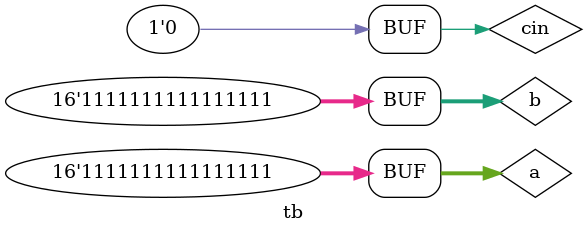
<source format=v>
module tb();
  parameter N=16;
  reg [(N-1):0]a,b;
  reg cin;
  wire [(N-1):0]s;
  wire cout;
  
  ripple_carry n1(a,b,cin,s,cout);
  initial
    begin
       a=16'hffff;b=16'hffff; cin = 1'b0;#1;
      
    end
  initial
    begin
      $monitor("s=%0b | c=%0b",s,cout);
    end
endmodule

</source>
